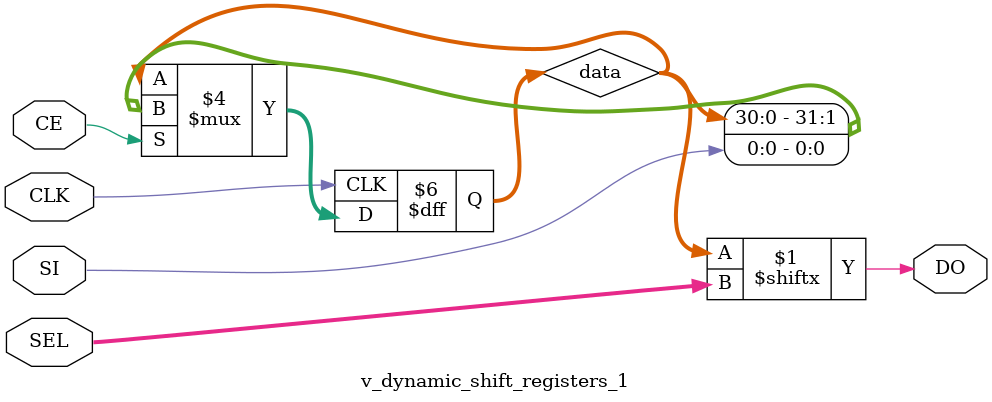
<source format=v>
module v_dynamic_shift_registers_1 (CLK, CE, SEL, SI, DO);

    parameter  SELWIDTH = 5;   
    input    CLK, CE, SI;
    input    [SELWIDTH-1:0] SEL;
    output   DO;

    localparam  DATAWIDTH = 2**SELWIDTH;   
    reg [DATAWIDTH-1:0] data;

    assign DO = data[SEL];

    always @(posedge CLK)
    begin
        if (CE == 1'b1)
            data <= {data[DATAWIDTH-2:0], SI};
    end

endmodule

</source>
